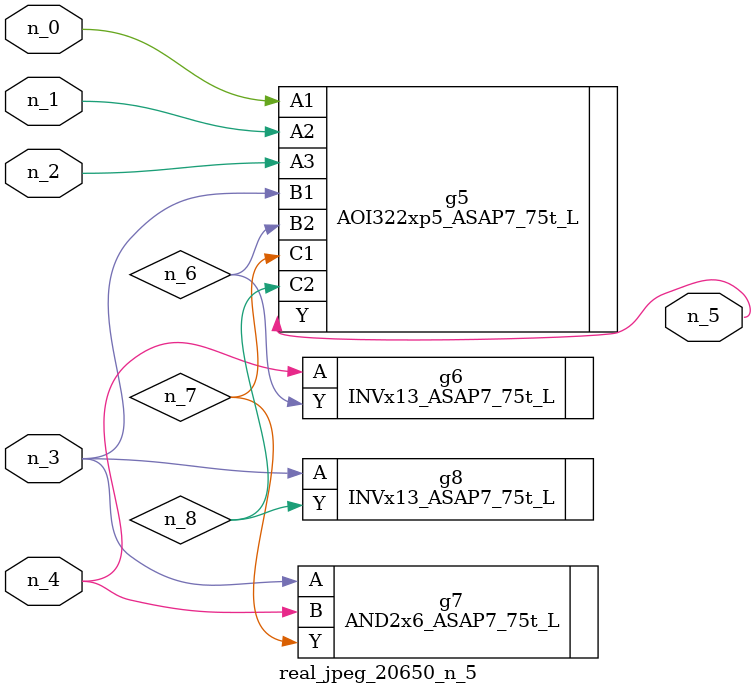
<source format=v>
module real_jpeg_20650_n_5 (n_4, n_0, n_1, n_2, n_3, n_5);

input n_4;
input n_0;
input n_1;
input n_2;
input n_3;

output n_5;

wire n_8;
wire n_6;
wire n_7;

AOI322xp5_ASAP7_75t_L g5 ( 
.A1(n_0),
.A2(n_1),
.A3(n_2),
.B1(n_3),
.B2(n_6),
.C1(n_7),
.C2(n_8),
.Y(n_5)
);

AND2x6_ASAP7_75t_L g7 ( 
.A(n_3),
.B(n_4),
.Y(n_7)
);

INVx13_ASAP7_75t_L g8 ( 
.A(n_3),
.Y(n_8)
);

INVx13_ASAP7_75t_L g6 ( 
.A(n_4),
.Y(n_6)
);


endmodule
</source>
